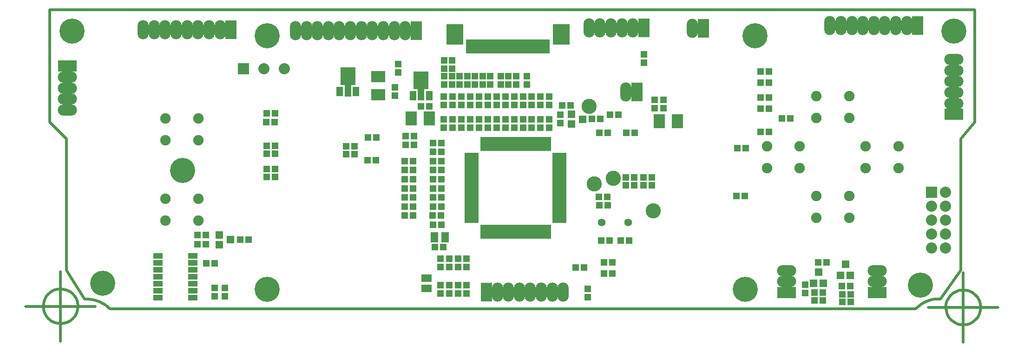
<source format=gts>
G04 (created by PCBNEW-RS274X (2010-05-05 BZR 2356)-stable) date 3/07/2011 4:56:28 p.m.*
G01*
G70*
G90*
%MOIN*%
G04 Gerber Fmt 3.4, Leading zero omitted, Abs format*
%FSLAX34Y34*%
G04 APERTURE LIST*
%ADD10C,0.006000*%
%ADD11C,0.019700*%
%ADD12R,0.080000X0.080000*%
%ADD13C,0.080000*%
%ADD14O,0.079100X0.138100*%
%ADD15R,0.079100X0.138100*%
%ADD16O,0.138100X0.079100*%
%ADD17R,0.138100X0.079100*%
%ADD18C,0.075000*%
%ADD19R,0.030000X0.100000*%
%ADD20R,0.120000X0.150000*%
%ADD21R,0.047600X0.067200*%
%ADD22R,0.047600X0.098700*%
%ADD23R,0.106600X0.130300*%
%ADD24R,0.055000X0.075000*%
%ADD25C,0.180000*%
%ADD26R,0.100000X0.080000*%
%ADD27R,0.080000X0.100000*%
%ADD28R,0.037700X0.098700*%
%ADD29R,0.098700X0.037700*%
%ADD30R,0.065000X0.040000*%
%ADD31R,0.075000X0.055000*%
%ADD32R,0.045000X0.051500*%
%ADD33R,0.051500X0.045000*%
%ADD34C,0.108600*%
%ADD35C,0.055000*%
%ADD36R,0.056000X0.056000*%
G04 APERTURE END LIST*
G54D10*
G54D11*
X78691Y-33268D02*
X78667Y-33510D01*
X78596Y-33744D01*
X78482Y-33959D01*
X78327Y-34148D01*
X78139Y-34304D01*
X77925Y-34420D01*
X77692Y-34492D01*
X77449Y-34517D01*
X77207Y-34495D01*
X76973Y-34426D01*
X76757Y-34313D01*
X76567Y-34161D01*
X76410Y-33974D01*
X76293Y-33760D01*
X76219Y-33527D01*
X76192Y-33285D01*
X76212Y-33043D01*
X76279Y-32808D01*
X76391Y-32591D01*
X76542Y-32400D01*
X76728Y-32242D01*
X76941Y-32123D01*
X77173Y-32048D01*
X77415Y-32019D01*
X77658Y-32037D01*
X77893Y-32103D01*
X78110Y-32213D01*
X78303Y-32363D01*
X78462Y-32548D01*
X78582Y-32760D01*
X78659Y-32992D01*
X78690Y-33234D01*
X78691Y-33268D01*
X74941Y-33268D02*
X79941Y-33268D01*
X77441Y-30768D02*
X77441Y-35768D01*
X13927Y-33189D02*
X13903Y-33431D01*
X13832Y-33665D01*
X13718Y-33880D01*
X13563Y-34069D01*
X13375Y-34225D01*
X13161Y-34341D01*
X12928Y-34413D01*
X12685Y-34438D01*
X12443Y-34416D01*
X12209Y-34347D01*
X11993Y-34234D01*
X11803Y-34082D01*
X11646Y-33895D01*
X11529Y-33681D01*
X11455Y-33448D01*
X11428Y-33206D01*
X11448Y-32964D01*
X11515Y-32729D01*
X11627Y-32512D01*
X11778Y-32321D01*
X11964Y-32163D01*
X12177Y-32044D01*
X12409Y-31969D01*
X12651Y-31940D01*
X12894Y-31958D01*
X13129Y-32024D01*
X13346Y-32134D01*
X13539Y-32284D01*
X13698Y-32469D01*
X13818Y-32681D01*
X13895Y-32913D01*
X13926Y-33155D01*
X13927Y-33189D01*
X10177Y-33189D02*
X15177Y-33189D01*
X12677Y-30689D02*
X12677Y-35689D01*
X16167Y-33349D02*
X16013Y-33209D01*
X15848Y-33083D01*
X15672Y-32972D01*
X15487Y-32876D01*
X15295Y-32797D01*
X15096Y-32736D01*
X14893Y-32691D01*
X14687Y-32665D01*
X14480Y-32657D01*
X14397Y-32658D01*
X75802Y-32654D02*
X75595Y-32656D01*
X75387Y-32676D01*
X75183Y-32714D01*
X74982Y-32769D01*
X74787Y-32842D01*
X74599Y-32932D01*
X74419Y-33038D01*
X74250Y-33159D01*
X74092Y-33294D01*
X74017Y-33366D01*
X16181Y-33366D02*
X73986Y-33366D01*
X78248Y-11909D02*
X11909Y-11909D01*
X13091Y-30610D02*
X14390Y-32657D01*
X77264Y-30610D02*
X75807Y-32657D01*
X77264Y-21161D02*
X77264Y-30610D01*
X78248Y-19980D02*
X77264Y-21161D01*
X13091Y-21161D02*
X13091Y-30610D01*
X11909Y-19980D02*
X13091Y-21161D01*
X11909Y-11909D02*
X11909Y-19980D01*
X78248Y-11909D02*
X78248Y-19980D01*
G54D12*
X25784Y-16150D03*
G54D13*
X27260Y-16150D03*
X28736Y-16150D03*
G54D14*
X44804Y-32165D03*
X44017Y-32165D03*
G54D15*
X43229Y-32165D03*
G54D14*
X45591Y-32165D03*
X46379Y-32165D03*
X47166Y-32165D03*
X47953Y-32165D03*
X48740Y-32165D03*
G54D16*
X71260Y-30630D03*
X71260Y-31417D03*
G54D17*
X71260Y-32205D03*
G54D16*
X64763Y-30630D03*
X64763Y-31417D03*
G54D17*
X64763Y-32205D03*
G54D14*
X57992Y-13228D03*
G54D15*
X58780Y-13228D03*
G54D18*
X66890Y-26850D03*
X66890Y-25276D03*
X69252Y-26850D03*
X69252Y-25276D03*
X70433Y-23267D03*
X70433Y-21693D03*
X72795Y-23267D03*
X72795Y-21693D03*
X66890Y-19684D03*
X66890Y-18110D03*
X69252Y-19684D03*
X69252Y-18110D03*
G54D14*
X36614Y-13386D03*
X37402Y-13386D03*
G54D15*
X38189Y-13386D03*
G54D14*
X35827Y-13386D03*
X35039Y-13386D03*
X34252Y-13386D03*
X33465Y-13386D03*
X32677Y-13386D03*
X31890Y-13386D03*
X31102Y-13386D03*
X30315Y-13386D03*
X29528Y-13386D03*
X23326Y-13347D03*
X24113Y-13347D03*
G54D15*
X24901Y-13347D03*
G54D14*
X22539Y-13347D03*
X21751Y-13347D03*
X20964Y-13347D03*
X20177Y-13347D03*
X19390Y-13347D03*
X18602Y-13347D03*
X72598Y-13031D03*
X73385Y-13031D03*
G54D15*
X74173Y-13031D03*
G54D14*
X71811Y-13031D03*
X71023Y-13031D03*
X70236Y-13031D03*
X69449Y-13031D03*
X68662Y-13031D03*
X67874Y-13031D03*
G54D16*
X76772Y-17835D03*
X76772Y-18622D03*
G54D17*
X76772Y-19410D03*
G54D16*
X76772Y-17048D03*
X76772Y-16260D03*
X76772Y-15473D03*
G54D14*
X52952Y-13189D03*
X53739Y-13189D03*
G54D15*
X54527Y-13189D03*
G54D14*
X52165Y-13189D03*
X51377Y-13189D03*
X50590Y-13189D03*
G54D16*
X13150Y-17520D03*
X13150Y-16733D03*
G54D17*
X13150Y-15945D03*
G54D16*
X13150Y-18307D03*
X13150Y-19095D03*
G54D19*
X43878Y-14547D03*
X44078Y-14547D03*
X44273Y-14547D03*
X44468Y-14547D03*
X44668Y-14547D03*
X44863Y-14547D03*
X45058Y-14547D03*
X45258Y-14547D03*
X45453Y-14547D03*
X45648Y-14547D03*
X43681Y-14547D03*
X45848Y-14547D03*
X46043Y-14547D03*
X43484Y-14547D03*
X47618Y-14547D03*
X46238Y-14547D03*
X46438Y-14547D03*
X46633Y-14547D03*
X46828Y-14547D03*
X47028Y-14547D03*
X47223Y-14547D03*
X47418Y-14547D03*
X43287Y-14547D03*
X43091Y-14547D03*
X42894Y-14547D03*
X42697Y-14547D03*
X42500Y-14547D03*
X42303Y-14547D03*
X42106Y-14547D03*
X41909Y-14547D03*
G54D20*
X48588Y-13667D03*
X40958Y-13667D03*
G54D21*
X37952Y-18071D03*
G54D22*
X38543Y-17914D03*
G54D21*
X39134Y-18071D03*
G54D23*
X38543Y-16969D03*
G54D24*
X40257Y-28228D03*
X39507Y-28228D03*
G54D25*
X61811Y-31969D03*
X62480Y-13780D03*
X27480Y-31969D03*
X27480Y-13780D03*
X21417Y-23425D03*
G54D21*
X32696Y-17776D03*
G54D22*
X33287Y-17619D03*
G54D21*
X33878Y-17776D03*
G54D23*
X33287Y-16674D03*
G54D12*
X75150Y-24988D03*
G54D13*
X76150Y-24988D03*
X75150Y-25988D03*
X76150Y-25988D03*
X75150Y-26988D03*
X76150Y-26988D03*
X75150Y-27988D03*
X76150Y-27988D03*
X75150Y-28988D03*
X76150Y-28988D03*
G54D26*
X35473Y-16711D03*
X35473Y-18011D03*
G54D27*
X37834Y-19685D03*
X39134Y-19685D03*
G54D28*
X45159Y-27831D03*
X44844Y-27831D03*
X44529Y-27831D03*
X44214Y-27831D03*
X43899Y-27831D03*
X43584Y-27831D03*
X43269Y-27831D03*
X42954Y-27831D03*
X47682Y-27831D03*
X47682Y-21535D03*
X42954Y-21535D03*
X45477Y-27831D03*
X45792Y-27831D03*
X46107Y-27831D03*
X46422Y-27831D03*
X46737Y-27831D03*
X47052Y-27831D03*
X47367Y-27831D03*
X47367Y-21535D03*
X47052Y-21535D03*
X46737Y-21535D03*
X46422Y-21535D03*
X46107Y-21535D03*
X45792Y-21535D03*
X45477Y-21535D03*
X45159Y-21535D03*
X44844Y-21535D03*
X44529Y-21535D03*
X44214Y-21535D03*
X43899Y-21535D03*
X43584Y-21535D03*
X43269Y-21535D03*
G54D29*
X42166Y-27047D03*
X42166Y-26733D03*
X42166Y-26417D03*
X42166Y-26103D03*
X42166Y-25787D03*
X42166Y-25473D03*
X42166Y-24527D03*
X42166Y-23897D03*
X42166Y-23583D03*
X42166Y-25157D03*
X42166Y-24843D03*
X42166Y-24213D03*
X42166Y-23267D03*
X42166Y-22953D03*
X42166Y-22637D03*
X42166Y-22323D03*
X48466Y-27047D03*
X48466Y-26733D03*
X48466Y-26417D03*
X48466Y-26103D03*
X48466Y-25787D03*
X48466Y-25473D03*
X48466Y-25157D03*
X48466Y-24843D03*
X48466Y-24527D03*
X48466Y-24213D03*
X48466Y-23897D03*
X48466Y-23583D03*
X48466Y-23267D03*
X48466Y-22953D03*
X48466Y-22637D03*
X48466Y-22323D03*
G54D30*
X22167Y-32574D03*
X22167Y-32074D03*
X22167Y-31574D03*
X22167Y-31074D03*
X22167Y-30574D03*
X22167Y-30074D03*
X22167Y-29574D03*
X19667Y-29574D03*
X19667Y-30074D03*
X19667Y-31074D03*
X19667Y-31574D03*
X19667Y-32074D03*
X19667Y-32574D03*
X19667Y-30574D03*
G54D31*
X38917Y-31910D03*
X38917Y-31160D03*
G54D32*
X37977Y-26683D03*
X37377Y-26683D03*
X37977Y-26033D03*
X37377Y-26033D03*
X37977Y-24065D03*
X37377Y-24065D03*
X37977Y-22756D03*
X37377Y-22756D03*
X38539Y-18819D03*
X39139Y-18819D03*
X37977Y-25384D03*
X37377Y-25384D03*
X37977Y-24724D03*
X37377Y-24724D03*
X37977Y-23406D03*
X37377Y-23406D03*
X38017Y-21614D03*
X37417Y-21614D03*
X53450Y-28465D03*
X52850Y-28465D03*
X51472Y-28465D03*
X52072Y-28465D03*
G54D33*
X36654Y-17455D03*
X36654Y-18055D03*
G54D32*
X40143Y-28937D03*
X39543Y-28937D03*
G54D33*
X24449Y-32466D03*
X24449Y-31866D03*
G54D32*
X52102Y-19449D03*
X52702Y-19449D03*
X39985Y-27323D03*
X39385Y-27323D03*
G54D33*
X36890Y-15801D03*
X36890Y-16401D03*
G54D32*
X33765Y-22283D03*
X33165Y-22283D03*
G54D33*
X39921Y-31669D03*
X39921Y-32269D03*
X40551Y-31669D03*
X40551Y-32269D03*
X50512Y-31944D03*
X50512Y-32544D03*
G54D32*
X33765Y-21693D03*
X33165Y-21693D03*
X53264Y-20748D03*
X53864Y-20748D03*
G54D33*
X41181Y-31669D03*
X41181Y-32269D03*
X41811Y-31669D03*
X41811Y-32269D03*
X46142Y-16669D03*
X46142Y-17269D03*
X44251Y-16669D03*
X44251Y-17269D03*
X42953Y-16669D03*
X42953Y-17269D03*
X41850Y-16669D03*
X41850Y-17269D03*
X43504Y-16669D03*
X43504Y-17269D03*
X42402Y-16669D03*
X42402Y-17269D03*
X41299Y-16669D03*
X41299Y-17269D03*
X45354Y-17269D03*
X45354Y-16669D03*
X44803Y-16669D03*
X44803Y-17269D03*
G54D32*
X37417Y-20984D03*
X38017Y-20984D03*
X39385Y-21457D03*
X39985Y-21457D03*
X39975Y-26683D03*
X39375Y-26683D03*
X39985Y-25384D03*
X39385Y-25384D03*
X39985Y-24065D03*
X39385Y-24065D03*
X39985Y-22756D03*
X39385Y-22756D03*
G54D33*
X41181Y-29779D03*
X41181Y-30379D03*
G54D32*
X39985Y-26033D03*
X39385Y-26033D03*
X39986Y-24724D03*
X39386Y-24724D03*
X39985Y-23406D03*
X39385Y-23406D03*
X39985Y-22106D03*
X39385Y-22106D03*
X51304Y-25335D03*
X51904Y-25335D03*
X54493Y-23947D03*
X55093Y-23947D03*
G54D33*
X39921Y-29764D03*
X39921Y-30379D03*
X40551Y-29779D03*
X40551Y-30379D03*
X41811Y-29779D03*
X41811Y-30379D03*
G54D32*
X51314Y-25935D03*
X51914Y-25935D03*
X54493Y-24508D03*
X55093Y-24508D03*
X52249Y-30826D03*
X51649Y-30826D03*
X49621Y-30413D03*
X50221Y-30413D03*
X23726Y-30118D03*
X23126Y-30118D03*
G54D33*
X23740Y-32466D03*
X23740Y-31866D03*
G54D32*
X50803Y-19724D03*
X51403Y-19724D03*
G54D33*
X48543Y-20024D03*
X48543Y-19424D03*
G54D32*
X49276Y-18780D03*
X48676Y-18780D03*
G54D33*
X40748Y-15527D03*
X40748Y-16127D03*
X40748Y-17269D03*
X40748Y-16669D03*
X40197Y-17269D03*
X40197Y-16669D03*
X40197Y-15526D03*
X40197Y-16126D03*
X40177Y-19779D03*
X40177Y-20379D03*
X41437Y-19779D03*
X41437Y-20379D03*
X42697Y-19779D03*
X42697Y-20379D03*
X43957Y-19779D03*
X43957Y-20379D03*
X40177Y-18125D03*
X40177Y-18725D03*
X41437Y-18125D03*
X41437Y-18725D03*
X42697Y-18125D03*
X42697Y-18725D03*
X43957Y-18125D03*
X43957Y-18725D03*
X40807Y-19779D03*
X40807Y-20379D03*
X42067Y-19779D03*
X42067Y-20379D03*
X43327Y-19779D03*
X43327Y-20379D03*
X44587Y-19779D03*
X44587Y-20379D03*
X40807Y-18125D03*
X40807Y-18725D03*
X42067Y-18125D03*
X42067Y-18725D03*
X43327Y-18125D03*
X43327Y-18725D03*
X44587Y-18125D03*
X44587Y-18725D03*
X47106Y-19779D03*
X47106Y-20379D03*
X45846Y-19779D03*
X45846Y-20379D03*
X47736Y-19779D03*
X47736Y-20379D03*
X46476Y-19779D03*
X46476Y-20379D03*
X45217Y-19779D03*
X45217Y-20379D03*
X47736Y-18125D03*
X47736Y-18725D03*
X46476Y-18125D03*
X46476Y-18725D03*
X45217Y-18125D03*
X45217Y-18725D03*
X47106Y-18125D03*
X47106Y-18725D03*
X45846Y-18125D03*
X45846Y-18725D03*
G54D32*
X51916Y-20748D03*
X51316Y-20748D03*
G54D25*
X76772Y-13425D03*
X74370Y-31653D03*
X13504Y-13425D03*
X15709Y-31535D03*
G54D27*
X56933Y-19913D03*
X55633Y-19913D03*
G54D18*
X63347Y-23267D03*
X63347Y-21693D03*
X65709Y-23267D03*
X65709Y-21693D03*
X20197Y-21259D03*
X20197Y-19685D03*
X22559Y-21259D03*
X22559Y-19685D03*
X20197Y-27047D03*
X20197Y-25473D03*
X22559Y-27047D03*
X22559Y-25473D03*
G54D32*
X34739Y-21063D03*
X35339Y-21063D03*
X34700Y-22717D03*
X35300Y-22717D03*
X67623Y-30039D03*
X67023Y-30039D03*
X28056Y-23327D03*
X27456Y-23327D03*
X61157Y-25276D03*
X61757Y-25276D03*
X68745Y-31742D03*
X69345Y-31742D03*
G54D33*
X66101Y-31629D03*
X66101Y-32229D03*
G54D32*
X66747Y-32756D03*
X67347Y-32756D03*
X62889Y-19016D03*
X63489Y-19016D03*
X28036Y-19961D03*
X27436Y-19961D03*
X62889Y-16339D03*
X63489Y-16339D03*
X28056Y-23917D03*
X27456Y-23917D03*
X68755Y-32323D03*
X69355Y-32323D03*
X61235Y-21850D03*
X61835Y-21850D03*
X28056Y-21653D03*
X27456Y-21653D03*
X62889Y-17126D03*
X63489Y-17126D03*
X28052Y-19346D03*
X27452Y-19346D03*
X62889Y-18189D03*
X63489Y-18189D03*
X62889Y-20669D03*
X63489Y-20669D03*
X64424Y-19685D03*
X65024Y-19685D03*
X28056Y-22244D03*
X27456Y-22244D03*
X67346Y-32205D03*
X66746Y-32205D03*
G54D34*
X50591Y-18819D03*
X55197Y-26339D03*
G54D32*
X68755Y-32874D03*
X69355Y-32874D03*
G54D35*
X53402Y-27165D03*
X51480Y-27165D03*
G54D32*
X53224Y-23947D03*
X53824Y-23947D03*
X53224Y-24508D03*
X53824Y-24508D03*
G54D34*
X50955Y-24390D03*
X52333Y-23986D03*
G54D36*
X69336Y-30971D03*
X68636Y-30971D03*
X68986Y-30171D03*
X67396Y-31542D03*
X66696Y-31542D03*
X67046Y-30742D03*
X49324Y-20114D03*
X49324Y-19414D03*
X50124Y-19764D03*
G54D32*
X22511Y-28055D03*
X23111Y-28055D03*
X26158Y-28390D03*
X25558Y-28390D03*
X22511Y-28736D03*
X23111Y-28736D03*
G54D36*
X24049Y-28756D03*
X24049Y-28056D03*
X24849Y-28406D03*
G54D33*
X55303Y-18354D03*
X55303Y-18954D03*
X55933Y-18354D03*
X55933Y-18954D03*
G54D14*
X53232Y-17811D03*
G54D15*
X54020Y-17811D03*
G54D33*
X54520Y-15709D03*
X54520Y-15109D03*
G54D32*
X52249Y-30039D03*
X51649Y-30039D03*
M02*

</source>
